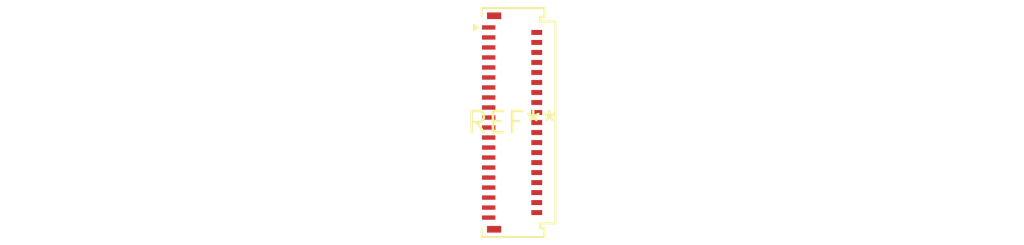
<source format=kicad_pcb>
(kicad_pcb (version 20240108) (generator pcbnew)
  (layers (0 "F.Cu" signal) (31 "B.Cu" signal) (34 "B.Paste" user) (35 "F.Paste" user) (36 "B.SilkS" user "B.Silkscreen") (37 "F.SilkS" user "F.Silkscreen") (38 "B.Mask" user) (39 "F.Mask" user) (44 "Edge.Cuts" user))
  (net 0 "")
  (footprint "Molex_502250-3991_2Rows-39Pins-1MP_P0.60mm_Horizontal" (layer "F.Cu") (at 0 0)
    (property "Reference" "REF**")
    (property "Value" "Molex_502250-3991_2Rows-39Pins-1MP_P0.60mm_Horizontal")
    (fp_line (start -2.272132 -5.85) (end -2.06 -5.7) (layer "F.SilkS") (stroke (width 0.12)))
    (fp_line (start -2.272132 -5.55) (end -2.272132 -5.85) (layer "F.SilkS") (stroke (width 0.12)))
    (fp_line (start -2.06 -5.7) (end -2.272132 -5.55) (layer "F.SilkS") (stroke (width 0.12)))
    (fp_line (start -1.82 -6.86) (end 1.93 -6.86) (layer "F.SilkS") (stroke (width 0.12)))
    (fp_line (start -1.82 -6.36) (end -1.82 -6.86) (layer "F.SilkS") (stroke (width 0.12)))
    (fp_line (start -1.82 6.36) (end -1.82 6.86) (layer "F.SilkS") (stroke (width 0.12)))
    (fp_line (start -1.82 6.86) (end 1.93 6.86) (layer "F.SilkS") (stroke (width 0.12)))
    (fp_line (start 1.68 -6.34) (end 1.68 -6.05) (layer "F.SilkS") (stroke (width 0.12)))
    (fp_line (start 1.68 -6.05) (end 2.59 -6.05) (layer "F.SilkS") (stroke (width 0.12)))
    (fp_line (start 1.68 6.05) (end 2.59 6.05) (layer "F.SilkS") (stroke (width 0.12)))
    (fp_line (start 1.68 6.34) (end 1.68 6.05) (layer "F.SilkS") (stroke (width 0.12)))
    (fp_line (start 1.93 -6.86) (end 1.93 -6.34) (layer "F.SilkS") (stroke (width 0.12)))
    (fp_line (start 1.93 -6.34) (end 1.68 -6.34) (layer "F.SilkS") (stroke (width 0.12)))
    (fp_line (start 1.93 6.34) (end 1.68 6.34) (layer "F.SilkS") (stroke (width 0.12)))
    (fp_line (start 1.93 6.86) (end 1.93 6.34) (layer "F.SilkS") (stroke (width 0.12)))
    (fp_line (start 2.59 -6.05) (end 2.59 0) (layer "F.SilkS") (stroke (width 0.12)))
    (fp_line (start 2.59 6.05) (end 2.59 0) (layer "F.SilkS") (stroke (width 0.12)))
    (pad "1" smd rect (at -1.4 -5.7) (size 0.8 0.26) (layers "F.Cu" "F.Paste" "F.Mask"))
    (pad "2" smd rect (at 1.475 -5.4) (size 0.65 0.3) (layers "F.Cu" "F.Paste" "F.Mask"))
    (pad "3" smd rect (at -1.4 -5.1) (size 0.8 0.26) (layers "F.Cu" "F.Paste" "F.Mask"))
    (pad "4" smd rect (at 1.475 -4.8) (size 0.65 0.3) (layers "F.Cu" "F.Paste" "F.Mask"))
    (pad "5" smd rect (at -1.4 -4.5) (size 0.8 0.26) (layers "F.Cu" "F.Paste" "F.Mask"))
    (pad "6" smd rect (at 1.475 -4.2) (size 0.65 0.3) (layers "F.Cu" "F.Paste" "F.Mask"))
    (pad "7" smd rect (at -1.4 -3.9) (size 0.8 0.26) (layers "F.Cu" "F.Paste" "F.Mask"))
    (pad "8" smd rect (at 1.475 -3.6) (size 0.65 0.3) (layers "F.Cu" "F.Paste" "F.Mask"))
    (pad "9" smd rect (at -1.4 -3.3) (size 0.8 0.26) (layers "F.Cu" "F.Paste" "F.Mask"))
    (pad "10" smd rect (at 1.475 -3) (size 0.65 0.3) (layers "F.Cu" "F.Paste" "F.Mask"))
    (pad "11" smd rect (at -1.4 -2.7) (size 0.8 0.26) (layers "F.Cu" "F.Paste" "F.Mask"))
    (pad "12" smd rect (at 1.475 -2.4) (size 0.65 0.3) (layers "F.Cu" "F.Paste" "F.Mask"))
    (pad "13" smd rect (at -1.4 -2.1) (size 0.8 0.26) (layers "F.Cu" "F.Paste" "F.Mask"))
    (pad "14" smd rect (at 1.475 -1.8) (size 0.65 0.3) (layers "F.Cu" "F.Paste" "F.Mask"))
    (pad "15" smd rect (at -1.4 -1.5) (size 0.8 0.26) (layers "F.Cu" "F.Paste" "F.Mask"))
    (pad "16" smd rect (at 1.475 -1.2) (size 0.65 0.3) (layers "F.Cu" "F.Paste" "F.Mask"))
    (pad "17" smd rect (at -1.4 -0.9) (size 0.8 0.26) (layers "F.Cu" "F.Paste" "F.Mask"))
    (pad "18" smd rect (at 1.475 -0.6) (size 0.65 0.3) (layers "F.Cu" "F.Paste" "F.Mask"))
    (pad "19" smd rect (at -1.4 -0.3) (size 0.8 0.26) (layers "F.Cu" "F.Paste" "F.Mask"))
    (pad "20" smd rect (at 1.475 0) (size 0.65 0.3) (layers "F.Cu" "F.Paste" "F.Mask"))
    (pad "21" smd rect (at -1.4 0.3) (size 0.8 0.26) (layers "F.Cu" "F.Paste" "F.Mask"))
    (pad "22" smd rect (at 1.475 0.6) (size 0.65 0.3) (layers "F.Cu" "F.Paste" "F.Mask"))
    (pad "23" smd rect (at -1.4 0.9) (size 0.8 0.26) (layers "F.Cu" "F.Paste" "F.Mask"))
    (pad "24" smd rect (at 1.475 1.2) (size 0.65 0.3) (layers "F.Cu" "F.Paste" "F.Mask"))
    (pad "25" smd rect (at -1.4 1.5) (size 0.8 0.26) (layers "F.Cu" "F.Paste" "F.Mask"))
    (pad "26" smd rect (at 1.475 1.8) (size 0.65 0.3) (layers "F.Cu" "F.Paste" "F.Mask"))
    (pad "27" smd rect (at -1.4 2.1) (size 0.8 0.26) (layers "F.Cu" "F.Paste" "F.Mask"))
    (pad "28" smd rect (at 1.475 2.4) (size 0.65 0.3) (layers "F.Cu" "F.Paste" "F.Mask"))
    (pad "29" smd rect (at -1.4 2.7) (size 0.8 0.26) (layers "F.Cu" "F.Paste" "F.Mask"))
    (pad "30" smd rect (at 1.475 3) (size 0.65 0.3) (layers "F.Cu" "F.Paste" "F.Mask"))
    (pad "31" smd rect (at -1.4 3.3) (size 0.8 0.26) (layers "F.Cu" "F.Paste" "F.Mask"))
    (pad "32" smd rect (at 1.475 3.6) (size 0.65 0.3) (layers "F.Cu" "F.Paste" "F.Mask"))
    (pad "33" smd rect (at -1.4 3.9) (size 0.8 0.26) (layers "F.Cu" "F.Paste" "F.Mask"))
    (pad "34" smd rect (at 1.475 4.2) (size 0.65 0.3) (layers "F.Cu" "F.Paste" "F.Mask"))
    (pad "35" smd rect (at -1.4 4.5) (size 0.8 0.26) (layers "F.Cu" "F.Paste" "F.Mask"))
    (pad "36" smd rect (at 1.475 4.8) (size 0.65 0.3) (layers "F.Cu" "F.Paste" "F.Mask"))
    (pad "37" smd rect (at -1.4 5.1) (size 0.8 0.26) (layers "F.Cu" "F.Paste" "F.Mask"))
    (pad "38" smd rect (at 1.475 5.4) (size 0.65 0.3) (layers "F.Cu" "F.Paste" "F.Mask"))
    (pad "39" smd rect (at -1.4 5.7) (size 0.8 0.26) (layers "F.Cu" "F.Paste" "F.Mask"))
    (pad "MP" smd rect (at -1.075 -6.4) (size 0.85 0.4) (layers "F.Cu" "F.Paste" "F.Mask"))
    (pad "MP" smd rect (at -1.075 6.4) (size 0.85 0.4) (layers "F.Cu" "F.Paste" "F.Mask"))
  )
)
</source>
